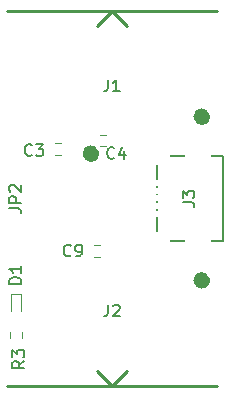
<source format=gto>
G04 #@! TF.GenerationSoftware,KiCad,Pcbnew,5.0.1*
G04 #@! TF.CreationDate,2018-12-09T07:22:16-08:00*
G04 #@! TF.ProjectId,pmod-samd21-usbu,706D6F642D73616D6432312D75736275,rev?*
G04 #@! TF.SameCoordinates,PX8822960PY9c3a754*
G04 #@! TF.FileFunction,Legend,Top*
G04 #@! TF.FilePolarity,Positive*
%FSLAX46Y46*%
G04 Gerber Fmt 4.6, Leading zero omitted, Abs format (unit mm)*
G04 Created by KiCad (PCBNEW 5.0.1) date Sun 09 Dec 2018 07:22:16 AM PST*
%MOMM*%
%LPD*%
G01*
G04 APERTURE LIST*
%ADD10C,0.150000*%
%ADD11C,1.000000*%
%ADD12C,0.254000*%
%ADD13C,0.120000*%
%ADD14R,1.202000X1.202000*%
%ADD15R,2.752000X0.502000*%
%ADD16C,0.652000*%
%ADD17O,2.302000X1.602000*%
%ADD18R,2.602000X1.002000*%
%ADD19R,1.118000X2.642000*%
%ADD20R,0.702000X0.602000*%
%ADD21R,0.702000X0.502000*%
%ADD22R,0.802000X0.702000*%
G04 APERTURE END LIST*
D10*
G04 #@! TO.C,J3*
X18323560Y10999920D02*
X18323560Y18199920D01*
X18323560Y10999920D02*
X12673560Y10999920D01*
X12673560Y10999920D02*
X12673560Y18199920D01*
X12673560Y18199920D02*
X18323560Y18199920D01*
D11*
G04 #@! TO.C,JP2*
X7312000Y18392300D02*
G75*
G03X7312000Y18392300I-200000J0D01*
G01*
G04 #@! TO.C,J2*
X16702000Y7667300D02*
G75*
G03X16702000Y7667300I-200000J0D01*
G01*
D12*
X8902000Y-1282700D02*
X7632000Y-12700D01*
X10172000Y-12700D02*
X8902000Y-1282700D01*
X8902000Y-1282700D02*
X12000Y-1282700D01*
X17792000Y-1282700D02*
X8902000Y-1282700D01*
G04 #@! TO.C,J1*
X12000Y30467300D02*
X8902000Y30467300D01*
X8902000Y30467300D02*
X17792000Y30467300D01*
X7632000Y29197300D02*
X8902000Y30467300D01*
X8902000Y30467300D02*
X10172000Y29197300D01*
D11*
X16702000Y21517300D02*
G75*
G03X16702000Y21517300I-200000J0D01*
G01*
D13*
G04 #@! TO.C,C3*
X4568000Y19253300D02*
X4068000Y19253300D01*
X4068000Y18313300D02*
X4568000Y18313300D01*
G04 #@! TO.C,C4*
X7887305Y19036692D02*
X8387305Y19036692D01*
X8387305Y19976692D02*
X7887305Y19976692D01*
G04 #@! TO.C,C9*
X7412000Y9677300D02*
X7912000Y9677300D01*
X7912000Y10617300D02*
X7412000Y10617300D01*
G04 #@! TO.C,R3*
X1292000Y2785300D02*
X1292000Y3285300D01*
X232000Y3285300D02*
X232000Y2785300D01*
G04 #@! TO.C,D1*
X1212000Y6525300D02*
X312000Y6525300D01*
X312000Y6525300D02*
X312000Y5075300D01*
X1212000Y6525300D02*
X1212000Y5075300D01*
G04 #@! TO.C,J3*
D10*
X14875940Y14266587D02*
X15590226Y14266587D01*
X15733083Y14218968D01*
X15828321Y14123730D01*
X15875940Y13980873D01*
X15875940Y13885635D01*
X14875940Y14647540D02*
X14875940Y15266587D01*
X15256893Y14933254D01*
X15256893Y15076111D01*
X15304512Y15171349D01*
X15352131Y15218968D01*
X15447369Y15266587D01*
X15685464Y15266587D01*
X15780702Y15218968D01*
X15828321Y15171349D01*
X15875940Y15076111D01*
X15875940Y14790397D01*
X15828321Y14695159D01*
X15780702Y14647540D01*
G04 #@! TO.C,JP2*
X214380Y13758967D02*
X928666Y13758967D01*
X1071523Y13711348D01*
X1166761Y13616110D01*
X1214380Y13473253D01*
X1214380Y13378015D01*
X1214380Y14235158D02*
X214380Y14235158D01*
X214380Y14616110D01*
X262000Y14711348D01*
X309619Y14758967D01*
X404857Y14806586D01*
X547714Y14806586D01*
X642952Y14758967D01*
X690571Y14711348D01*
X738190Y14616110D01*
X738190Y14235158D01*
X309619Y15187539D02*
X262000Y15235158D01*
X214380Y15330396D01*
X214380Y15568491D01*
X262000Y15663729D01*
X309619Y15711348D01*
X404857Y15758967D01*
X500095Y15758967D01*
X642952Y15711348D01*
X1214380Y15139920D01*
X1214380Y15758967D01*
G04 #@! TO.C,J2*
X8568666Y5614920D02*
X8568666Y4900634D01*
X8521047Y4757777D01*
X8425809Y4662539D01*
X8282952Y4614920D01*
X8187714Y4614920D01*
X8997238Y5519681D02*
X9044857Y5567300D01*
X9140095Y5614920D01*
X9378190Y5614920D01*
X9473428Y5567300D01*
X9521047Y5519681D01*
X9568666Y5424443D01*
X9568666Y5329205D01*
X9521047Y5186348D01*
X8949619Y4614920D01*
X9568666Y4614920D01*
G04 #@! TO.C,J1*
X8568666Y24664920D02*
X8568666Y23950634D01*
X8521047Y23807777D01*
X8425809Y23712539D01*
X8282952Y23664920D01*
X8187714Y23664920D01*
X9568666Y23664920D02*
X8997238Y23664920D01*
X9282952Y23664920D02*
X9282952Y24664920D01*
X9187714Y24522062D01*
X9092476Y24426824D01*
X8997238Y24379205D01*
G04 #@! TO.C,C3*
X2119333Y18299158D02*
X2071714Y18251539D01*
X1928857Y18203920D01*
X1833619Y18203920D01*
X1690761Y18251539D01*
X1595523Y18346777D01*
X1547904Y18442015D01*
X1500285Y18632491D01*
X1500285Y18775348D01*
X1547904Y18965824D01*
X1595523Y19061062D01*
X1690761Y19156300D01*
X1833619Y19203920D01*
X1928857Y19203920D01*
X2071714Y19156300D01*
X2119333Y19108681D01*
X2452666Y19203920D02*
X3071714Y19203920D01*
X2738380Y18822967D01*
X2881238Y18822967D01*
X2976476Y18775348D01*
X3024095Y18727729D01*
X3071714Y18632491D01*
X3071714Y18394396D01*
X3024095Y18299158D01*
X2976476Y18251539D01*
X2881238Y18203920D01*
X2595523Y18203920D01*
X2500285Y18251539D01*
X2452666Y18299158D01*
G04 #@! TO.C,C4*
X9104333Y18045158D02*
X9056714Y17997539D01*
X8913857Y17949920D01*
X8818619Y17949920D01*
X8675761Y17997539D01*
X8580523Y18092777D01*
X8532904Y18188015D01*
X8485285Y18378491D01*
X8485285Y18521348D01*
X8532904Y18711824D01*
X8580523Y18807062D01*
X8675761Y18902300D01*
X8818619Y18949920D01*
X8913857Y18949920D01*
X9056714Y18902300D01*
X9104333Y18854681D01*
X9961476Y18616586D02*
X9961476Y17949920D01*
X9723380Y18997539D02*
X9485285Y18283253D01*
X10104333Y18283253D01*
G04 #@! TO.C,C9*
X5421333Y9790158D02*
X5373714Y9742539D01*
X5230857Y9694920D01*
X5135619Y9694920D01*
X4992761Y9742539D01*
X4897523Y9837777D01*
X4849904Y9933015D01*
X4802285Y10123491D01*
X4802285Y10266348D01*
X4849904Y10456824D01*
X4897523Y10552062D01*
X4992761Y10647300D01*
X5135619Y10694920D01*
X5230857Y10694920D01*
X5373714Y10647300D01*
X5421333Y10599681D01*
X5897523Y9694920D02*
X6088000Y9694920D01*
X6183238Y9742539D01*
X6230857Y9790158D01*
X6326095Y9933015D01*
X6373714Y10123491D01*
X6373714Y10504443D01*
X6326095Y10599681D01*
X6278476Y10647300D01*
X6183238Y10694920D01*
X5992761Y10694920D01*
X5897523Y10647300D01*
X5849904Y10599681D01*
X5802285Y10504443D01*
X5802285Y10266348D01*
X5849904Y10171110D01*
X5897523Y10123491D01*
X5992761Y10075872D01*
X6183238Y10075872D01*
X6278476Y10123491D01*
X6326095Y10171110D01*
X6373714Y10266348D01*
G04 #@! TO.C,R3*
X1468380Y836634D02*
X992190Y503300D01*
X1468380Y265205D02*
X468380Y265205D01*
X468380Y646158D01*
X516000Y741396D01*
X563619Y789015D01*
X658857Y836634D01*
X801714Y836634D01*
X896952Y789015D01*
X944571Y741396D01*
X992190Y646158D01*
X992190Y265205D01*
X468380Y1169967D02*
X468380Y1789015D01*
X849333Y1455681D01*
X849333Y1598539D01*
X896952Y1693777D01*
X944571Y1741396D01*
X1039809Y1789015D01*
X1277904Y1789015D01*
X1373142Y1741396D01*
X1420761Y1693777D01*
X1468380Y1598539D01*
X1468380Y1312824D01*
X1420761Y1217586D01*
X1373142Y1169967D01*
G04 #@! TO.C,D1*
X1214380Y7377205D02*
X214380Y7377205D01*
X214380Y7615300D01*
X262000Y7758158D01*
X357238Y7853396D01*
X452476Y7901015D01*
X642952Y7948634D01*
X785809Y7948634D01*
X976285Y7901015D01*
X1071523Y7853396D01*
X1166761Y7758158D01*
X1214380Y7615300D01*
X1214380Y7377205D01*
X1214380Y8901015D02*
X1214380Y8329586D01*
X1214380Y8615300D02*
X214380Y8615300D01*
X357238Y8520062D01*
X452476Y8424824D01*
X500095Y8329586D01*
G04 #@! TD*
%LPC*%
D14*
G04 #@! TO.C,J3*
X17323560Y13099920D03*
X17323560Y16099920D03*
D15*
X12763560Y14599920D03*
D16*
X14023560Y12599920D03*
X14023560Y16599920D03*
D15*
X12763560Y13949920D03*
X12763560Y13299920D03*
X12763560Y15249920D03*
X12763560Y15899920D03*
D17*
X16173560Y10999920D03*
X16173560Y18199920D03*
X12703560Y18199920D03*
X12703560Y10999920D03*
G04 #@! TD*
D18*
G04 #@! TO.C,JP2*
X3302000Y12052300D03*
X7112000Y12052300D03*
X3302000Y13322300D03*
X7112000Y13322300D03*
X3302000Y14592300D03*
X7112000Y14592300D03*
X3302000Y15862300D03*
X7112000Y15862300D03*
X3302000Y17132300D03*
X7112000Y17132300D03*
G04 #@! TD*
D19*
G04 #@! TO.C,J2*
X2552000Y2527300D03*
X2552000Y7607300D03*
X5092000Y2527300D03*
X5092000Y7607300D03*
X7632000Y2527300D03*
X7632000Y7607300D03*
X10172000Y2527300D03*
X10172000Y7607300D03*
X12712000Y2527300D03*
X12712000Y7607300D03*
X15252000Y2527300D03*
X15252000Y7607300D03*
G04 #@! TD*
G04 #@! TO.C,J1*
X2552000Y21577300D03*
X2552000Y26657300D03*
X5092000Y21577300D03*
X5092000Y26657300D03*
X7632000Y21577300D03*
X7632000Y26657300D03*
X10172000Y21577300D03*
X10172000Y26657300D03*
X12712000Y21577300D03*
X12712000Y26657300D03*
X15252000Y21577300D03*
X15252000Y26657300D03*
G04 #@! TD*
D20*
G04 #@! TO.C,C3*
X3768000Y18783300D03*
X4868000Y18783300D03*
G04 #@! TD*
G04 #@! TO.C,C4*
X8687305Y19506692D03*
X7587305Y19506692D03*
G04 #@! TD*
G04 #@! TO.C,C9*
X8212000Y10147300D03*
X7112000Y10147300D03*
G04 #@! TD*
D21*
G04 #@! TO.C,R3*
X762000Y3485300D03*
X762000Y2585300D03*
G04 #@! TD*
D22*
G04 #@! TO.C,D1*
X762000Y5025300D03*
X762000Y6125300D03*
G04 #@! TD*
M02*

</source>
